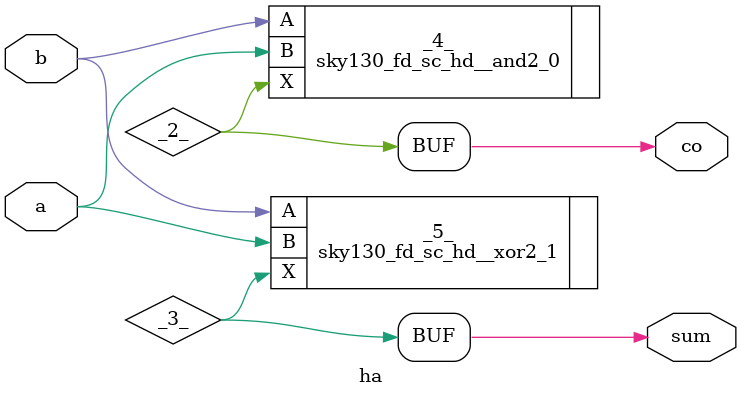
<source format=v>
/* Generated by Yosys 0.42+2 (git sha1 82783646e, g++ 13.2.0-23ubuntu4 -fPIC -Os) */

module Look_Ahead_Adder(a, b, s, cout, c0);
  wire _00_;
  wire _01_;
  wire _02_;
  wire _03_;
  wire _04_;
  wire _05_;
  wire _06_;
  wire _07_;
  wire _08_;
  wire _09_;
  wire _10_;
  wire _11_;
  wire _12_;
  wire _13_;
  wire _14_;
  wire _15_;
  wire _16_;
  wire _17_;
  wire _18_;
  wire _19_;
  wire _20_;
  wire _21_;
  wire _22_;
  wire _23_;
  wire _24_;
  wire _25_;
  wire _26_;
  wire _27_;
  wire _28_;
  wire _29_;
  wire _30_;
  wire _31_;
  wire _32_;
  wire _33_;
  wire _34_;
  wire _35_;
  wire _36_;
  wire _37_;
  wire _38_;
  wire _39_;
  wire _40_;
  wire _41_;
  wire _42_;
  wire _43_;
  wire _44_;
  input [3:0] a;
  wire [3:0] a;
  input [3:0] b;
  wire [3:0] b;
  input c0;
  wire c0;
  wire c4;
  output cout;
  wire cout;
  wire g0;
  wire g1;
  wire g2;
  wire g3;
  wire p0;
  wire p1;
  wire p2;
  wire p3;
  output [3:0] s;
  wire [3:0] s;
  sky130_fd_sc_hd__clkinv_1 _45_ (
    .A(_38_),
    .Y(_31_)
  );
  sky130_fd_sc_hd__a31o_1 _46_ (
    .A1(_37_),
    .A2(_38_),
    .A3(_25_),
    .B1(_28_),
    .X(_32_)
  );
  sky130_fd_sc_hd__a21o_1 _47_ (
    .A1(_39_),
    .A2(_32_),
    .B1(_29_),
    .X(_33_)
  );
  sky130_fd_sc_hd__a21o_1 _48_ (
    .A1(_40_),
    .A2(_33_),
    .B1(_30_),
    .X(_26_)
  );
  sky130_fd_sc_hd__xor2_1 _49_ (
    .A(_37_),
    .B(_25_),
    .X(_41_)
  );
  sky130_fd_sc_hd__a21oi_1 _50_ (
    .A1(_37_),
    .A2(_25_),
    .B1(_27_),
    .Y(_34_)
  );
  sky130_fd_sc_hd__xnor2_1 _51_ (
    .A(_38_),
    .B(_34_),
    .Y(_42_)
  );
  sky130_fd_sc_hd__o21bai_1 _52_ (
    .A1(_31_),
    .A2(_34_),
    .B1_N(_28_),
    .Y(_35_)
  );
  sky130_fd_sc_hd__xor2_1 _53_ (
    .A(_39_),
    .B(_35_),
    .X(_43_)
  );
  sky130_fd_sc_hd__a21oi_1 _54_ (
    .A1(_39_),
    .A2(_35_),
    .B1(_29_),
    .Y(_36_)
  );
  sky130_fd_sc_hd__xnor2_1 _55_ (
    .A(_40_),
    .B(_36_),
    .Y(_44_)
  );
  ha X1 (
    .a(a[0]),
    .b(b[0]),
    .co(g0),
    .sum(p0)
  );
  ha X2 (
    .a(a[1]),
    .b(b[1]),
    .co(g1),
    .sum(p1)
  );
  ha X3 (
    .a(a[2]),
    .b(b[2]),
    .co(g2),
    .sum(p2)
  );
  ha X4 (
    .a(a[3]),
    .b(b[3]),
    .co(g3),
    .sum(p3)
  );
  assign c4 = cout;
  assign _40_ = p3;
  assign _29_ = g2;
  assign _30_ = g3;
  assign _39_ = p2;
  assign _28_ = g1;
  assign _37_ = p0;
  assign _38_ = p1;
  assign _25_ = c0;
  assign cout = _26_;
  assign s[0] = _41_;
  assign _27_ = g0;
  assign s[1] = _42_;
  assign s[2] = _43_;
  assign s[3] = _44_;
endmodule

module ha(a, b, sum, co);
  wire _0_;
  wire _1_;
  wire _2_;
  wire _3_;
  input a;
  wire a;
  input b;
  wire b;
  output co;
  wire co;
  output sum;
  wire sum;
  sky130_fd_sc_hd__and2_0 _4_ (
    .A(_1_),
    .B(_0_),
    .X(_2_)
  );
  sky130_fd_sc_hd__xor2_1 _5_ (
    .A(_1_),
    .B(_0_),
    .X(_3_)
  );
  assign _1_ = b;
  assign _0_ = a;
  assign sum = _3_;
  assign co = _2_;
endmodule

</source>
